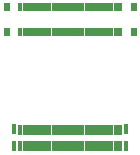
<source format=gts>
G04*
G04 #@! TF.GenerationSoftware,Altium Limited,Altium Designer,20.0.12 (288)*
G04*
G04 Layer_Color=8388736*
%FSLAX25Y25*%
%MOIN*%
G70*
G01*
G75*
%ADD17R,0.01666X0.02808*%
%ADD18R,0.02178X0.02532*%
%ADD19R,0.01666X0.03733*%
%ADD20R,0.01587X0.03280*%
G36*
X40591Y13248D02*
X39724D01*
Y14961D01*
X40591D01*
Y13248D01*
D02*
G37*
G36*
X39213D02*
X38346D01*
Y14961D01*
X39213D01*
Y13248D01*
D02*
G37*
G36*
X37835D02*
X36968D01*
Y14961D01*
X37835D01*
Y13248D01*
D02*
G37*
G36*
X36457D02*
X35591D01*
Y14961D01*
X36457D01*
Y13248D01*
D02*
G37*
G36*
X35079D02*
X34213D01*
Y14961D01*
X35079D01*
Y13248D01*
D02*
G37*
G36*
X33701D02*
X32835D01*
Y14961D01*
X33701D01*
Y13248D01*
D02*
G37*
G36*
X32323D02*
X31457D01*
Y14961D01*
X32323D01*
Y13248D01*
D02*
G37*
G36*
X30945D02*
X30079D01*
Y14961D01*
X30945D01*
Y13248D01*
D02*
G37*
G36*
X29567D02*
X28701D01*
Y14961D01*
X29567D01*
Y13248D01*
D02*
G37*
G36*
X28189D02*
X27323D01*
Y14961D01*
X28189D01*
Y13248D01*
D02*
G37*
G36*
X26811D02*
X25945D01*
Y14961D01*
X26811D01*
Y13248D01*
D02*
G37*
G36*
X25433D02*
X24567D01*
Y14961D01*
X25433D01*
Y13248D01*
D02*
G37*
G36*
X24055D02*
X23189D01*
Y14961D01*
X24055D01*
Y13248D01*
D02*
G37*
G36*
X22677D02*
X21811D01*
Y14961D01*
X22677D01*
Y13248D01*
D02*
G37*
G36*
X21299D02*
X20433D01*
Y14961D01*
X21299D01*
Y13248D01*
D02*
G37*
G36*
X19921D02*
X19055D01*
Y14961D01*
X19921D01*
Y13248D01*
D02*
G37*
G36*
X18543D02*
X17677D01*
Y14961D01*
X18543D01*
Y13248D01*
D02*
G37*
G36*
X17165D02*
X16299D01*
Y14961D01*
X17165D01*
Y13248D01*
D02*
G37*
G36*
X15787D02*
X14921D01*
Y14961D01*
X15787D01*
Y13248D01*
D02*
G37*
G36*
X14410D02*
X13543D01*
Y14961D01*
X14410D01*
Y13248D01*
D02*
G37*
G36*
X13032D02*
X12165D01*
Y14961D01*
X13032D01*
Y13248D01*
D02*
G37*
G36*
X11654D02*
X10787D01*
Y14961D01*
X11654D01*
Y13248D01*
D02*
G37*
G36*
X10276D02*
X9409D01*
Y14961D01*
X10276D01*
Y13248D01*
D02*
G37*
G36*
X8898D02*
X8032D01*
Y14961D01*
X8898D01*
Y13248D01*
D02*
G37*
G36*
X7520D02*
X6654D01*
Y14961D01*
X7520D01*
Y13248D01*
D02*
G37*
G36*
X42559Y12480D02*
X41772D01*
Y14961D01*
X42559D01*
Y12480D01*
D02*
G37*
G36*
X5472D02*
X4685D01*
Y14961D01*
X5472D01*
Y12480D01*
D02*
G37*
G36*
X42559Y6693D02*
X41772D01*
Y9173D01*
X42559D01*
Y6693D01*
D02*
G37*
G36*
X40591D02*
X39724D01*
Y8405D01*
X40591D01*
Y6693D01*
D02*
G37*
G36*
X39213D02*
X38346D01*
Y8405D01*
X39213D01*
Y6693D01*
D02*
G37*
G36*
X37835D02*
X36968D01*
Y8405D01*
X37835D01*
Y6693D01*
D02*
G37*
G36*
X36457D02*
X35591D01*
Y8405D01*
X36457D01*
Y6693D01*
D02*
G37*
G36*
X35079D02*
X34213D01*
Y8405D01*
X35079D01*
Y6693D01*
D02*
G37*
G36*
X33701D02*
X32835D01*
Y8405D01*
X33701D01*
Y6693D01*
D02*
G37*
G36*
X32323D02*
X31457D01*
Y8405D01*
X32323D01*
Y6693D01*
D02*
G37*
G36*
X30945D02*
X30079D01*
Y8405D01*
X30945D01*
Y6693D01*
D02*
G37*
G36*
X29567D02*
X28701D01*
Y8405D01*
X29567D01*
Y6693D01*
D02*
G37*
G36*
X28189D02*
X27323D01*
Y8405D01*
X28189D01*
Y6693D01*
D02*
G37*
G36*
X26811D02*
X25945D01*
Y8405D01*
X26811D01*
Y6693D01*
D02*
G37*
G36*
X25433D02*
X24567D01*
Y8405D01*
X25433D01*
Y6693D01*
D02*
G37*
G36*
X24055D02*
X23189D01*
Y8405D01*
X24055D01*
Y6693D01*
D02*
G37*
G36*
X22677D02*
X21811D01*
Y8405D01*
X22677D01*
Y6693D01*
D02*
G37*
G36*
X21299D02*
X20433D01*
Y8405D01*
X21299D01*
Y6693D01*
D02*
G37*
G36*
X19921D02*
X19055D01*
Y8405D01*
X19921D01*
Y6693D01*
D02*
G37*
G36*
X18543D02*
X17677D01*
Y8405D01*
X18543D01*
Y6693D01*
D02*
G37*
G36*
X17165D02*
X16299D01*
Y8405D01*
X17165D01*
Y6693D01*
D02*
G37*
G36*
X15787D02*
X14921D01*
Y8405D01*
X15787D01*
Y6693D01*
D02*
G37*
G36*
X14410D02*
X13543D01*
Y8405D01*
X14410D01*
Y6693D01*
D02*
G37*
G36*
X13032D02*
X12165D01*
Y8405D01*
X13032D01*
Y6693D01*
D02*
G37*
G36*
X11654D02*
X10787D01*
Y8405D01*
X11654D01*
Y6693D01*
D02*
G37*
G36*
X10276D02*
X9409D01*
Y8405D01*
X10276D01*
Y6693D01*
D02*
G37*
G36*
X8898D02*
X8032D01*
Y8405D01*
X8898D01*
Y6693D01*
D02*
G37*
G36*
X7520D02*
X6654D01*
Y8405D01*
X7520D01*
Y6693D01*
D02*
G37*
G36*
X5472D02*
X4685D01*
Y9173D01*
X5472D01*
Y6693D01*
D02*
G37*
G36*
X45472Y53583D02*
X44094D01*
Y55315D01*
X45472D01*
Y53583D01*
D02*
G37*
G36*
X3150D02*
X1772D01*
Y55315D01*
X3150D01*
Y53583D01*
D02*
G37*
G36*
X40591Y53307D02*
X39724D01*
Y55315D01*
X40591D01*
Y53307D01*
D02*
G37*
G36*
X39213D02*
X38346D01*
Y55315D01*
X39213D01*
Y53307D01*
D02*
G37*
G36*
X37835D02*
X36968D01*
Y55315D01*
X37835D01*
Y53307D01*
D02*
G37*
G36*
X36457D02*
X35591D01*
Y55315D01*
X36457D01*
Y53307D01*
D02*
G37*
G36*
X35079D02*
X34213D01*
Y55315D01*
X35079D01*
Y53307D01*
D02*
G37*
G36*
X33701D02*
X32835D01*
Y55315D01*
X33701D01*
Y53307D01*
D02*
G37*
G36*
X32323D02*
X31457D01*
Y55315D01*
X32323D01*
Y53307D01*
D02*
G37*
G36*
X30945D02*
X30079D01*
Y55315D01*
X30945D01*
Y53307D01*
D02*
G37*
G36*
X29567D02*
X28701D01*
Y55315D01*
X29567D01*
Y53307D01*
D02*
G37*
G36*
X28189D02*
X27323D01*
Y55315D01*
X28189D01*
Y53307D01*
D02*
G37*
G36*
X26811D02*
X25945D01*
Y55315D01*
X26811D01*
Y53307D01*
D02*
G37*
G36*
X25433D02*
X24567D01*
Y55315D01*
X25433D01*
Y53307D01*
D02*
G37*
G36*
X24055D02*
X23189D01*
Y55315D01*
X24055D01*
Y53307D01*
D02*
G37*
G36*
X22677D02*
X21811D01*
Y55315D01*
X22677D01*
Y53307D01*
D02*
G37*
G36*
X21299D02*
X20433D01*
Y55315D01*
X21299D01*
Y53307D01*
D02*
G37*
G36*
X19921D02*
X19055D01*
Y55315D01*
X19921D01*
Y53307D01*
D02*
G37*
G36*
X18543D02*
X17677D01*
Y55315D01*
X18543D01*
Y53307D01*
D02*
G37*
G36*
X17165D02*
X16299D01*
Y55315D01*
X17165D01*
Y53307D01*
D02*
G37*
G36*
X15787D02*
X14921D01*
Y55315D01*
X15787D01*
Y53307D01*
D02*
G37*
G36*
X14410D02*
X13543D01*
Y55315D01*
X14410D01*
Y53307D01*
D02*
G37*
G36*
X13032D02*
X12165D01*
Y55315D01*
X13032D01*
Y53307D01*
D02*
G37*
G36*
X11654D02*
X10787D01*
Y55315D01*
X11654D01*
Y53307D01*
D02*
G37*
G36*
X10276D02*
X9409D01*
Y55315D01*
X10276D01*
Y53307D01*
D02*
G37*
G36*
X8898D02*
X8032D01*
Y55315D01*
X8898D01*
Y53307D01*
D02*
G37*
G36*
X7520D02*
X6654D01*
Y55315D01*
X7520D01*
Y53307D01*
D02*
G37*
G36*
X45472Y45079D02*
X44094D01*
Y46811D01*
X45472D01*
Y45079D01*
D02*
G37*
G36*
X40591D02*
X39724D01*
Y47087D01*
X40591D01*
Y45079D01*
D02*
G37*
G36*
X39213D02*
X38346D01*
Y47087D01*
X39213D01*
Y45079D01*
D02*
G37*
G36*
X37835D02*
X36968D01*
Y47087D01*
X37835D01*
Y45079D01*
D02*
G37*
G36*
X36457D02*
X35591D01*
Y47087D01*
X36457D01*
Y45079D01*
D02*
G37*
G36*
X35079D02*
X34213D01*
Y47087D01*
X35079D01*
Y45079D01*
D02*
G37*
G36*
X33701D02*
X32835D01*
Y47087D01*
X33701D01*
Y45079D01*
D02*
G37*
G36*
X32323D02*
X31457D01*
Y47087D01*
X32323D01*
Y45079D01*
D02*
G37*
G36*
X30945D02*
X30079D01*
Y47087D01*
X30945D01*
Y45079D01*
D02*
G37*
G36*
X29567D02*
X28701D01*
Y47087D01*
X29567D01*
Y45079D01*
D02*
G37*
G36*
X28189D02*
X27323D01*
Y47087D01*
X28189D01*
Y45079D01*
D02*
G37*
G36*
X26811D02*
X25945D01*
Y47087D01*
X26811D01*
Y45079D01*
D02*
G37*
G36*
X25433D02*
X24567D01*
Y47087D01*
X25433D01*
Y45079D01*
D02*
G37*
G36*
X24055D02*
X23189D01*
Y47087D01*
X24055D01*
Y45079D01*
D02*
G37*
G36*
X22677D02*
X21811D01*
Y47087D01*
X22677D01*
Y45079D01*
D02*
G37*
G36*
X21299D02*
X20433D01*
Y47087D01*
X21299D01*
Y45079D01*
D02*
G37*
G36*
X19921D02*
X19055D01*
Y47087D01*
X19921D01*
Y45079D01*
D02*
G37*
G36*
X18543D02*
X17677D01*
Y47087D01*
X18543D01*
Y45079D01*
D02*
G37*
G36*
X17165D02*
X16299D01*
Y47087D01*
X17165D01*
Y45079D01*
D02*
G37*
G36*
X15787D02*
X14921D01*
Y47087D01*
X15787D01*
Y45079D01*
D02*
G37*
G36*
X14410D02*
X13543D01*
Y47087D01*
X14410D01*
Y45079D01*
D02*
G37*
G36*
X13032D02*
X12165D01*
Y47087D01*
X13032D01*
Y45079D01*
D02*
G37*
G36*
X11654D02*
X10787D01*
Y47087D01*
X11654D01*
Y45079D01*
D02*
G37*
G36*
X10276D02*
X9409D01*
Y47087D01*
X10276D01*
Y45079D01*
D02*
G37*
G36*
X8898D02*
X8032D01*
Y47087D01*
X8898D01*
Y45079D01*
D02*
G37*
G36*
X7520D02*
X6654D01*
Y47087D01*
X7520D01*
Y45079D01*
D02*
G37*
G36*
X3150D02*
X1772D01*
Y46811D01*
X3150D01*
Y45079D01*
D02*
G37*
D17*
X40157Y46083D02*
D03*
Y54311D02*
D03*
X38780Y46083D02*
D03*
Y54311D02*
D03*
X37402Y46083D02*
D03*
Y54311D02*
D03*
X36024Y46083D02*
D03*
Y54311D02*
D03*
X34646Y46083D02*
D03*
Y54311D02*
D03*
X33268Y46083D02*
D03*
Y54311D02*
D03*
X31890Y46083D02*
D03*
Y54311D02*
D03*
X30512Y46083D02*
D03*
Y54311D02*
D03*
X29134Y46083D02*
D03*
Y54311D02*
D03*
X27756Y46083D02*
D03*
Y54311D02*
D03*
X26378Y46083D02*
D03*
Y54311D02*
D03*
X25000Y46083D02*
D03*
Y54311D02*
D03*
X23622Y46083D02*
D03*
Y54311D02*
D03*
X22244Y46083D02*
D03*
Y54311D02*
D03*
X20866Y46083D02*
D03*
Y54311D02*
D03*
X19488Y46083D02*
D03*
Y54311D02*
D03*
X18110Y46083D02*
D03*
Y54311D02*
D03*
X16732Y46083D02*
D03*
Y54311D02*
D03*
X15354Y46083D02*
D03*
Y54311D02*
D03*
X13976Y46083D02*
D03*
Y54311D02*
D03*
X12598Y46083D02*
D03*
Y54311D02*
D03*
X11220Y46083D02*
D03*
Y54311D02*
D03*
X9843Y46083D02*
D03*
Y54311D02*
D03*
X8465Y46083D02*
D03*
Y54311D02*
D03*
X7087Y46083D02*
D03*
Y54311D02*
D03*
D18*
X44783Y45945D02*
D03*
X2461D02*
D03*
X44783Y54449D02*
D03*
X2461D02*
D03*
D19*
X7087Y8159D02*
D03*
Y13494D02*
D03*
X8465Y8159D02*
D03*
Y13494D02*
D03*
X9843Y8159D02*
D03*
Y13494D02*
D03*
X11220Y8159D02*
D03*
Y13494D02*
D03*
X12598Y8159D02*
D03*
Y13494D02*
D03*
X13976Y8159D02*
D03*
Y13494D02*
D03*
X15354Y8159D02*
D03*
Y13494D02*
D03*
X16732Y8159D02*
D03*
Y13494D02*
D03*
X18110Y8159D02*
D03*
Y13494D02*
D03*
X19488Y8159D02*
D03*
Y13494D02*
D03*
X20866Y8159D02*
D03*
Y13494D02*
D03*
X22244Y8159D02*
D03*
Y13494D02*
D03*
X23622Y8159D02*
D03*
Y13494D02*
D03*
X25000Y8159D02*
D03*
Y13494D02*
D03*
X26378Y8159D02*
D03*
Y13494D02*
D03*
X27756Y8159D02*
D03*
Y13494D02*
D03*
X29134Y8159D02*
D03*
Y13494D02*
D03*
X30512Y8159D02*
D03*
Y13494D02*
D03*
X31890Y8159D02*
D03*
Y13494D02*
D03*
X33268Y8159D02*
D03*
Y13494D02*
D03*
X34646Y8159D02*
D03*
Y13494D02*
D03*
X36024Y8159D02*
D03*
Y13494D02*
D03*
X37402Y8159D02*
D03*
Y13494D02*
D03*
X38780Y8159D02*
D03*
Y13494D02*
D03*
X40157Y8159D02*
D03*
Y13494D02*
D03*
D20*
X5079Y7933D02*
D03*
Y13721D02*
D03*
X42165Y7933D02*
D03*
Y13721D02*
D03*
M02*

</source>
